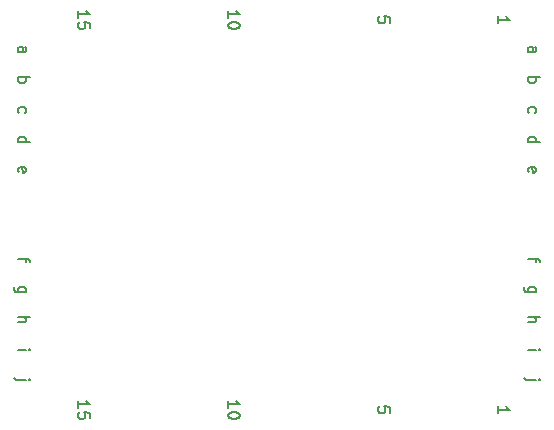
<source format=gbr>
%TF.GenerationSoftware,KiCad,Pcbnew,5.1.9-73d0e3b20d~88~ubuntu20.04.1*%
%TF.CreationDate,2021-01-27T17:21:39-06:00*%
%TF.ProjectId,ProtoPCBs,50726f74-6f50-4434-9273-2e6b69636164,rev?*%
%TF.SameCoordinates,Original*%
%TF.FileFunction,Legend,Top*%
%TF.FilePolarity,Positive*%
%FSLAX46Y46*%
G04 Gerber Fmt 4.6, Leading zero omitted, Abs format (unit mm)*
G04 Created by KiCad (PCBNEW 5.1.9-73d0e3b20d~88~ubuntu20.04.1) date 2021-01-27 17:21:39*
%MOMM*%
%LPD*%
G01*
G04 APERTURE LIST*
%ADD10C,0.150000*%
G04 APERTURE END LIST*
D10*
X190047619Y-66254285D02*
X190571428Y-66254285D01*
X190666666Y-66206666D01*
X190714285Y-66111428D01*
X190714285Y-65920952D01*
X190666666Y-65825714D01*
X190095238Y-66254285D02*
X190047619Y-66159047D01*
X190047619Y-65920952D01*
X190095238Y-65825714D01*
X190190476Y-65778095D01*
X190285714Y-65778095D01*
X190380952Y-65825714D01*
X190428571Y-65920952D01*
X190428571Y-66159047D01*
X190476190Y-66254285D01*
X190047619Y-68365714D02*
X191047619Y-68365714D01*
X190666666Y-68365714D02*
X190714285Y-68460952D01*
X190714285Y-68651428D01*
X190666666Y-68746666D01*
X190619047Y-68794285D01*
X190523809Y-68841904D01*
X190238095Y-68841904D01*
X190142857Y-68794285D01*
X190095238Y-68746666D01*
X190047619Y-68651428D01*
X190047619Y-68460952D01*
X190095238Y-68365714D01*
X190095238Y-71358095D02*
X190047619Y-71262857D01*
X190047619Y-71072380D01*
X190095238Y-70977142D01*
X190142857Y-70929523D01*
X190238095Y-70881904D01*
X190523809Y-70881904D01*
X190619047Y-70929523D01*
X190666666Y-70977142D01*
X190714285Y-71072380D01*
X190714285Y-71262857D01*
X190666666Y-71358095D01*
X190047619Y-73874285D02*
X191047619Y-73874285D01*
X190095238Y-73874285D02*
X190047619Y-73779047D01*
X190047619Y-73588571D01*
X190095238Y-73493333D01*
X190142857Y-73445714D01*
X190238095Y-73398095D01*
X190523809Y-73398095D01*
X190619047Y-73445714D01*
X190666666Y-73493333D01*
X190714285Y-73588571D01*
X190714285Y-73779047D01*
X190666666Y-73874285D01*
X190095238Y-76390476D02*
X190047619Y-76295238D01*
X190047619Y-76104761D01*
X190095238Y-76009523D01*
X190190476Y-75961904D01*
X190571428Y-75961904D01*
X190666666Y-76009523D01*
X190714285Y-76104761D01*
X190714285Y-76295238D01*
X190666666Y-76390476D01*
X190571428Y-76438095D01*
X190476190Y-76438095D01*
X190380952Y-75961904D01*
X190714285Y-83629523D02*
X190714285Y-84010476D01*
X190047619Y-83772380D02*
X190904761Y-83772380D01*
X191000000Y-83820000D01*
X191047619Y-83915238D01*
X191047619Y-84010476D01*
X190714285Y-86574285D02*
X189904761Y-86574285D01*
X189809523Y-86526666D01*
X189761904Y-86479047D01*
X189714285Y-86383809D01*
X189714285Y-86240952D01*
X189761904Y-86145714D01*
X190095238Y-86574285D02*
X190047619Y-86479047D01*
X190047619Y-86288571D01*
X190095238Y-86193333D01*
X190142857Y-86145714D01*
X190238095Y-86098095D01*
X190523809Y-86098095D01*
X190619047Y-86145714D01*
X190666666Y-86193333D01*
X190714285Y-86288571D01*
X190714285Y-86479047D01*
X190666666Y-86574285D01*
X190047619Y-88685714D02*
X191047619Y-88685714D01*
X190047619Y-89114285D02*
X190571428Y-89114285D01*
X190666666Y-89066666D01*
X190714285Y-88971428D01*
X190714285Y-88828571D01*
X190666666Y-88733333D01*
X190619047Y-88685714D01*
X190047619Y-91440000D02*
X190714285Y-91440000D01*
X191047619Y-91440000D02*
X191000000Y-91392380D01*
X190952380Y-91440000D01*
X191000000Y-91487619D01*
X191047619Y-91440000D01*
X190952380Y-91440000D01*
X190714285Y-93980000D02*
X189857142Y-93980000D01*
X189761904Y-93932380D01*
X189714285Y-93837142D01*
X189714285Y-93789523D01*
X191047619Y-93980000D02*
X191000000Y-93932380D01*
X190952380Y-93980000D01*
X191000000Y-94027619D01*
X191047619Y-93980000D01*
X190952380Y-93980000D01*
X233894285Y-93980000D02*
X233037142Y-93980000D01*
X232941904Y-93932380D01*
X232894285Y-93837142D01*
X232894285Y-93789523D01*
X234227619Y-93980000D02*
X234180000Y-93932380D01*
X234132380Y-93980000D01*
X234180000Y-94027619D01*
X234227619Y-93980000D01*
X234132380Y-93980000D01*
X233227619Y-91440000D02*
X233894285Y-91440000D01*
X234227619Y-91440000D02*
X234180000Y-91392380D01*
X234132380Y-91440000D01*
X234180000Y-91487619D01*
X234227619Y-91440000D01*
X234132380Y-91440000D01*
X233227619Y-88685714D02*
X234227619Y-88685714D01*
X233227619Y-89114285D02*
X233751428Y-89114285D01*
X233846666Y-89066666D01*
X233894285Y-88971428D01*
X233894285Y-88828571D01*
X233846666Y-88733333D01*
X233799047Y-88685714D01*
X233894285Y-86574285D02*
X233084761Y-86574285D01*
X232989523Y-86526666D01*
X232941904Y-86479047D01*
X232894285Y-86383809D01*
X232894285Y-86240952D01*
X232941904Y-86145714D01*
X233275238Y-86574285D02*
X233227619Y-86479047D01*
X233227619Y-86288571D01*
X233275238Y-86193333D01*
X233322857Y-86145714D01*
X233418095Y-86098095D01*
X233703809Y-86098095D01*
X233799047Y-86145714D01*
X233846666Y-86193333D01*
X233894285Y-86288571D01*
X233894285Y-86479047D01*
X233846666Y-86574285D01*
X233894285Y-83629523D02*
X233894285Y-84010476D01*
X233227619Y-83772380D02*
X234084761Y-83772380D01*
X234180000Y-83820000D01*
X234227619Y-83915238D01*
X234227619Y-84010476D01*
X233275238Y-76390476D02*
X233227619Y-76295238D01*
X233227619Y-76104761D01*
X233275238Y-76009523D01*
X233370476Y-75961904D01*
X233751428Y-75961904D01*
X233846666Y-76009523D01*
X233894285Y-76104761D01*
X233894285Y-76295238D01*
X233846666Y-76390476D01*
X233751428Y-76438095D01*
X233656190Y-76438095D01*
X233560952Y-75961904D01*
X233227619Y-73874285D02*
X234227619Y-73874285D01*
X233275238Y-73874285D02*
X233227619Y-73779047D01*
X233227619Y-73588571D01*
X233275238Y-73493333D01*
X233322857Y-73445714D01*
X233418095Y-73398095D01*
X233703809Y-73398095D01*
X233799047Y-73445714D01*
X233846666Y-73493333D01*
X233894285Y-73588571D01*
X233894285Y-73779047D01*
X233846666Y-73874285D01*
X233275238Y-71358095D02*
X233227619Y-71262857D01*
X233227619Y-71072380D01*
X233275238Y-70977142D01*
X233322857Y-70929523D01*
X233418095Y-70881904D01*
X233703809Y-70881904D01*
X233799047Y-70929523D01*
X233846666Y-70977142D01*
X233894285Y-71072380D01*
X233894285Y-71262857D01*
X233846666Y-71358095D01*
X233227619Y-68365714D02*
X234227619Y-68365714D01*
X233846666Y-68365714D02*
X233894285Y-68460952D01*
X233894285Y-68651428D01*
X233846666Y-68746666D01*
X233799047Y-68794285D01*
X233703809Y-68841904D01*
X233418095Y-68841904D01*
X233322857Y-68794285D01*
X233275238Y-68746666D01*
X233227619Y-68651428D01*
X233227619Y-68460952D01*
X233275238Y-68365714D01*
X233227619Y-66254285D02*
X233751428Y-66254285D01*
X233846666Y-66206666D01*
X233894285Y-66111428D01*
X233894285Y-65920952D01*
X233846666Y-65825714D01*
X233275238Y-66254285D02*
X233227619Y-66159047D01*
X233227619Y-65920952D01*
X233275238Y-65825714D01*
X233370476Y-65778095D01*
X233465714Y-65778095D01*
X233560952Y-65825714D01*
X233608571Y-65920952D01*
X233608571Y-66159047D01*
X233656190Y-66254285D01*
X221527619Y-96758095D02*
X221527619Y-96281904D01*
X221051428Y-96234285D01*
X221099047Y-96281904D01*
X221146666Y-96377142D01*
X221146666Y-96615238D01*
X221099047Y-96710476D01*
X221051428Y-96758095D01*
X220956190Y-96805714D01*
X220718095Y-96805714D01*
X220622857Y-96758095D01*
X220575238Y-96710476D01*
X220527619Y-96615238D01*
X220527619Y-96377142D01*
X220575238Y-96281904D01*
X220622857Y-96234285D01*
X230687619Y-96805714D02*
X230687619Y-96234285D01*
X230687619Y-96520000D02*
X231687619Y-96520000D01*
X231544761Y-96424761D01*
X231449523Y-96329523D01*
X231401904Y-96234285D01*
X207827619Y-96329523D02*
X207827619Y-95758095D01*
X207827619Y-96043809D02*
X208827619Y-96043809D01*
X208684761Y-95948571D01*
X208589523Y-95853333D01*
X208541904Y-95758095D01*
X208827619Y-96948571D02*
X208827619Y-97043809D01*
X208780000Y-97139047D01*
X208732380Y-97186666D01*
X208637142Y-97234285D01*
X208446666Y-97281904D01*
X208208571Y-97281904D01*
X208018095Y-97234285D01*
X207922857Y-97186666D01*
X207875238Y-97139047D01*
X207827619Y-97043809D01*
X207827619Y-96948571D01*
X207875238Y-96853333D01*
X207922857Y-96805714D01*
X208018095Y-96758095D01*
X208208571Y-96710476D01*
X208446666Y-96710476D01*
X208637142Y-96758095D01*
X208732380Y-96805714D01*
X208780000Y-96853333D01*
X208827619Y-96948571D01*
X195127619Y-96329523D02*
X195127619Y-95758095D01*
X195127619Y-96043809D02*
X196127619Y-96043809D01*
X195984761Y-95948571D01*
X195889523Y-95853333D01*
X195841904Y-95758095D01*
X196127619Y-97234285D02*
X196127619Y-96758095D01*
X195651428Y-96710476D01*
X195699047Y-96758095D01*
X195746666Y-96853333D01*
X195746666Y-97091428D01*
X195699047Y-97186666D01*
X195651428Y-97234285D01*
X195556190Y-97281904D01*
X195318095Y-97281904D01*
X195222857Y-97234285D01*
X195175238Y-97186666D01*
X195127619Y-97091428D01*
X195127619Y-96853333D01*
X195175238Y-96758095D01*
X195222857Y-96710476D01*
X195127619Y-63309523D02*
X195127619Y-62738095D01*
X195127619Y-63023809D02*
X196127619Y-63023809D01*
X195984761Y-62928571D01*
X195889523Y-62833333D01*
X195841904Y-62738095D01*
X196127619Y-64214285D02*
X196127619Y-63738095D01*
X195651428Y-63690476D01*
X195699047Y-63738095D01*
X195746666Y-63833333D01*
X195746666Y-64071428D01*
X195699047Y-64166666D01*
X195651428Y-64214285D01*
X195556190Y-64261904D01*
X195318095Y-64261904D01*
X195222857Y-64214285D01*
X195175238Y-64166666D01*
X195127619Y-64071428D01*
X195127619Y-63833333D01*
X195175238Y-63738095D01*
X195222857Y-63690476D01*
X207827619Y-63309523D02*
X207827619Y-62738095D01*
X207827619Y-63023809D02*
X208827619Y-63023809D01*
X208684761Y-62928571D01*
X208589523Y-62833333D01*
X208541904Y-62738095D01*
X208827619Y-63928571D02*
X208827619Y-64023809D01*
X208780000Y-64119047D01*
X208732380Y-64166666D01*
X208637142Y-64214285D01*
X208446666Y-64261904D01*
X208208571Y-64261904D01*
X208018095Y-64214285D01*
X207922857Y-64166666D01*
X207875238Y-64119047D01*
X207827619Y-64023809D01*
X207827619Y-63928571D01*
X207875238Y-63833333D01*
X207922857Y-63785714D01*
X208018095Y-63738095D01*
X208208571Y-63690476D01*
X208446666Y-63690476D01*
X208637142Y-63738095D01*
X208732380Y-63785714D01*
X208780000Y-63833333D01*
X208827619Y-63928571D01*
X221527619Y-63738095D02*
X221527619Y-63261904D01*
X221051428Y-63214285D01*
X221099047Y-63261904D01*
X221146666Y-63357142D01*
X221146666Y-63595238D01*
X221099047Y-63690476D01*
X221051428Y-63738095D01*
X220956190Y-63785714D01*
X220718095Y-63785714D01*
X220622857Y-63738095D01*
X220575238Y-63690476D01*
X220527619Y-63595238D01*
X220527619Y-63357142D01*
X220575238Y-63261904D01*
X220622857Y-63214285D01*
X230687619Y-63785714D02*
X230687619Y-63214285D01*
X230687619Y-63500000D02*
X231687619Y-63500000D01*
X231544761Y-63404761D01*
X231449523Y-63309523D01*
X231401904Y-63214285D01*
M02*

</source>
